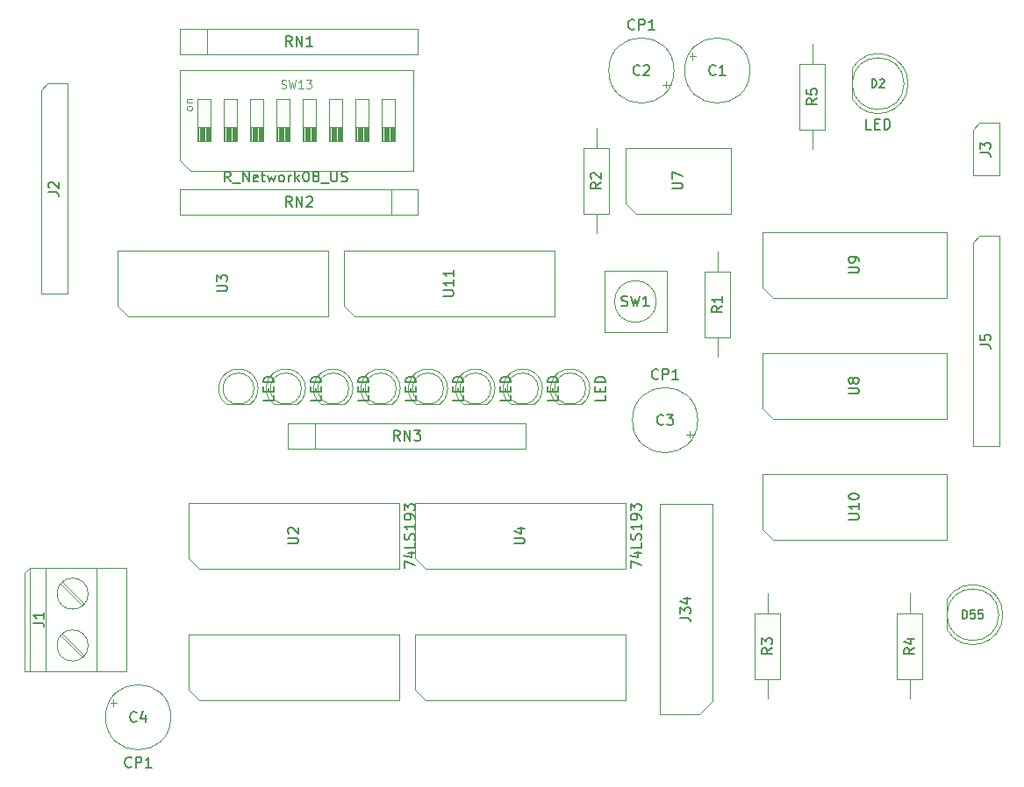
<source format=gbr>
%TF.GenerationSoftware,KiCad,Pcbnew,(5.1.9-0-10_14)*%
%TF.CreationDate,2021-05-17T13:32:26-04:00*%
%TF.ProjectId,CLOCK,434c4f43-4b2e-46b6-9963-61645f706362,rev?*%
%TF.SameCoordinates,Original*%
%TF.FileFunction,Other,Fab,Top*%
%FSLAX46Y46*%
G04 Gerber Fmt 4.6, Leading zero omitted, Abs format (unit mm)*
G04 Created by KiCad (PCBNEW (5.1.9-0-10_14)) date 2021-05-17 13:32:26*
%MOMM*%
%LPD*%
G01*
G04 APERTURE LIST*
%ADD10C,0.100000*%
%ADD11C,0.150000*%
%ADD12C,0.120000*%
%ADD13C,0.200000*%
G04 APERTURE END LIST*
D10*
%TO.C,C4*%
X78314000Y-98044000D02*
G75*
G03*
X78314000Y-98044000I-3150000J0D01*
G01*
X72470028Y-96670500D02*
X73100028Y-96670500D01*
X72785028Y-96355500D02*
X72785028Y-96985500D01*
%TO.C,C3*%
X129154000Y-69342000D02*
G75*
G03*
X129154000Y-69342000I-3150000J0D01*
G01*
X128697972Y-70715500D02*
X128067972Y-70715500D01*
X128382972Y-71030500D02*
X128382972Y-70400500D01*
%TO.C,U11*%
X94996000Y-58309000D02*
X94996000Y-52959000D01*
X94996000Y-52959000D02*
X115316000Y-52959000D01*
X115316000Y-52959000D02*
X115316000Y-59309000D01*
X115316000Y-59309000D02*
X95996000Y-59309000D01*
X95996000Y-59309000D02*
X94996000Y-58309000D01*
%TO.C,U10*%
X135382000Y-79899000D02*
X135382000Y-74549000D01*
X135382000Y-74549000D02*
X153162000Y-74549000D01*
X153162000Y-74549000D02*
X153162000Y-80899000D01*
X153162000Y-80899000D02*
X136382000Y-80899000D01*
X136382000Y-80899000D02*
X135382000Y-79899000D01*
%TO.C,U9*%
X135382000Y-56531000D02*
X135382000Y-51181000D01*
X135382000Y-51181000D02*
X153162000Y-51181000D01*
X153162000Y-51181000D02*
X153162000Y-57531000D01*
X153162000Y-57531000D02*
X136382000Y-57531000D01*
X136382000Y-57531000D02*
X135382000Y-56531000D01*
%TO.C,U8*%
X135382000Y-68215000D02*
X135382000Y-62865000D01*
X135382000Y-62865000D02*
X153162000Y-62865000D01*
X153162000Y-62865000D02*
X153162000Y-69215000D01*
X153162000Y-69215000D02*
X136382000Y-69215000D01*
X136382000Y-69215000D02*
X135382000Y-68215000D01*
%TO.C,U7*%
X122174000Y-48403000D02*
X122174000Y-43053000D01*
X122174000Y-43053000D02*
X132334000Y-43053000D01*
X132334000Y-43053000D02*
X132334000Y-49403000D01*
X132334000Y-49403000D02*
X123174000Y-49403000D01*
X123174000Y-49403000D02*
X122174000Y-48403000D01*
%TO.C,U6*%
X80010000Y-95393000D02*
X80010000Y-90043000D01*
X80010000Y-90043000D02*
X100330000Y-90043000D01*
X100330000Y-90043000D02*
X100330000Y-96393000D01*
X100330000Y-96393000D02*
X81010000Y-96393000D01*
X81010000Y-96393000D02*
X80010000Y-95393000D01*
%TO.C,U5*%
X101854000Y-95393000D02*
X101854000Y-90043000D01*
X101854000Y-90043000D02*
X122174000Y-90043000D01*
X122174000Y-90043000D02*
X122174000Y-96393000D01*
X122174000Y-96393000D02*
X102854000Y-96393000D01*
X102854000Y-96393000D02*
X101854000Y-95393000D01*
%TO.C,U4*%
X101854000Y-82693000D02*
X101854000Y-77343000D01*
X101854000Y-77343000D02*
X122174000Y-77343000D01*
X122174000Y-77343000D02*
X122174000Y-83693000D01*
X122174000Y-83693000D02*
X102854000Y-83693000D01*
X102854000Y-83693000D02*
X101854000Y-82693000D01*
%TO.C,U3*%
X73152000Y-58309000D02*
X73152000Y-52959000D01*
X73152000Y-52959000D02*
X93472000Y-52959000D01*
X93472000Y-52959000D02*
X93472000Y-59309000D01*
X93472000Y-59309000D02*
X74152000Y-59309000D01*
X74152000Y-59309000D02*
X73152000Y-58309000D01*
%TO.C,U2*%
X80010000Y-82693000D02*
X80010000Y-77343000D01*
X80010000Y-77343000D02*
X100330000Y-77343000D01*
X100330000Y-77343000D02*
X100330000Y-83693000D01*
X100330000Y-83693000D02*
X81010000Y-83693000D01*
X81010000Y-83693000D02*
X80010000Y-82693000D01*
%TO.C,SW13*%
X79174000Y-44276000D02*
X79174000Y-35496000D01*
X79174000Y-35496000D02*
X101674000Y-35496000D01*
X101674000Y-35496000D02*
X101674000Y-45276000D01*
X101674000Y-45276000D02*
X80174000Y-45276000D01*
X80174000Y-45276000D02*
X79174000Y-44276000D01*
X80899000Y-42416000D02*
X82169000Y-42416000D01*
X82169000Y-42416000D02*
X82169000Y-38356000D01*
X82169000Y-38356000D02*
X80899000Y-38356000D01*
X80899000Y-38356000D02*
X80899000Y-42416000D01*
X80999000Y-42416000D02*
X80999000Y-41062667D01*
X81099000Y-42416000D02*
X81099000Y-41062667D01*
X81199000Y-42416000D02*
X81199000Y-41062667D01*
X81299000Y-42416000D02*
X81299000Y-41062667D01*
X81399000Y-42416000D02*
X81399000Y-41062667D01*
X81499000Y-42416000D02*
X81499000Y-41062667D01*
X81599000Y-42416000D02*
X81599000Y-41062667D01*
X81699000Y-42416000D02*
X81699000Y-41062667D01*
X81799000Y-42416000D02*
X81799000Y-41062667D01*
X81899000Y-42416000D02*
X81899000Y-41062667D01*
X81999000Y-42416000D02*
X81999000Y-41062667D01*
X82099000Y-42416000D02*
X82099000Y-41062667D01*
X80899000Y-41062667D02*
X82169000Y-41062667D01*
X83439000Y-42416000D02*
X84709000Y-42416000D01*
X84709000Y-42416000D02*
X84709000Y-38356000D01*
X84709000Y-38356000D02*
X83439000Y-38356000D01*
X83439000Y-38356000D02*
X83439000Y-42416000D01*
X83539000Y-42416000D02*
X83539000Y-41062667D01*
X83639000Y-42416000D02*
X83639000Y-41062667D01*
X83739000Y-42416000D02*
X83739000Y-41062667D01*
X83839000Y-42416000D02*
X83839000Y-41062667D01*
X83939000Y-42416000D02*
X83939000Y-41062667D01*
X84039000Y-42416000D02*
X84039000Y-41062667D01*
X84139000Y-42416000D02*
X84139000Y-41062667D01*
X84239000Y-42416000D02*
X84239000Y-41062667D01*
X84339000Y-42416000D02*
X84339000Y-41062667D01*
X84439000Y-42416000D02*
X84439000Y-41062667D01*
X84539000Y-42416000D02*
X84539000Y-41062667D01*
X84639000Y-42416000D02*
X84639000Y-41062667D01*
X83439000Y-41062667D02*
X84709000Y-41062667D01*
X85979000Y-42416000D02*
X87249000Y-42416000D01*
X87249000Y-42416000D02*
X87249000Y-38356000D01*
X87249000Y-38356000D02*
X85979000Y-38356000D01*
X85979000Y-38356000D02*
X85979000Y-42416000D01*
X86079000Y-42416000D02*
X86079000Y-41062667D01*
X86179000Y-42416000D02*
X86179000Y-41062667D01*
X86279000Y-42416000D02*
X86279000Y-41062667D01*
X86379000Y-42416000D02*
X86379000Y-41062667D01*
X86479000Y-42416000D02*
X86479000Y-41062667D01*
X86579000Y-42416000D02*
X86579000Y-41062667D01*
X86679000Y-42416000D02*
X86679000Y-41062667D01*
X86779000Y-42416000D02*
X86779000Y-41062667D01*
X86879000Y-42416000D02*
X86879000Y-41062667D01*
X86979000Y-42416000D02*
X86979000Y-41062667D01*
X87079000Y-42416000D02*
X87079000Y-41062667D01*
X87179000Y-42416000D02*
X87179000Y-41062667D01*
X85979000Y-41062667D02*
X87249000Y-41062667D01*
X88519000Y-42416000D02*
X89789000Y-42416000D01*
X89789000Y-42416000D02*
X89789000Y-38356000D01*
X89789000Y-38356000D02*
X88519000Y-38356000D01*
X88519000Y-38356000D02*
X88519000Y-42416000D01*
X88619000Y-42416000D02*
X88619000Y-41062667D01*
X88719000Y-42416000D02*
X88719000Y-41062667D01*
X88819000Y-42416000D02*
X88819000Y-41062667D01*
X88919000Y-42416000D02*
X88919000Y-41062667D01*
X89019000Y-42416000D02*
X89019000Y-41062667D01*
X89119000Y-42416000D02*
X89119000Y-41062667D01*
X89219000Y-42416000D02*
X89219000Y-41062667D01*
X89319000Y-42416000D02*
X89319000Y-41062667D01*
X89419000Y-42416000D02*
X89419000Y-41062667D01*
X89519000Y-42416000D02*
X89519000Y-41062667D01*
X89619000Y-42416000D02*
X89619000Y-41062667D01*
X89719000Y-42416000D02*
X89719000Y-41062667D01*
X88519000Y-41062667D02*
X89789000Y-41062667D01*
X91059000Y-42416000D02*
X92329000Y-42416000D01*
X92329000Y-42416000D02*
X92329000Y-38356000D01*
X92329000Y-38356000D02*
X91059000Y-38356000D01*
X91059000Y-38356000D02*
X91059000Y-42416000D01*
X91159000Y-42416000D02*
X91159000Y-41062667D01*
X91259000Y-42416000D02*
X91259000Y-41062667D01*
X91359000Y-42416000D02*
X91359000Y-41062667D01*
X91459000Y-42416000D02*
X91459000Y-41062667D01*
X91559000Y-42416000D02*
X91559000Y-41062667D01*
X91659000Y-42416000D02*
X91659000Y-41062667D01*
X91759000Y-42416000D02*
X91759000Y-41062667D01*
X91859000Y-42416000D02*
X91859000Y-41062667D01*
X91959000Y-42416000D02*
X91959000Y-41062667D01*
X92059000Y-42416000D02*
X92059000Y-41062667D01*
X92159000Y-42416000D02*
X92159000Y-41062667D01*
X92259000Y-42416000D02*
X92259000Y-41062667D01*
X91059000Y-41062667D02*
X92329000Y-41062667D01*
X93599000Y-42416000D02*
X94869000Y-42416000D01*
X94869000Y-42416000D02*
X94869000Y-38356000D01*
X94869000Y-38356000D02*
X93599000Y-38356000D01*
X93599000Y-38356000D02*
X93599000Y-42416000D01*
X93699000Y-42416000D02*
X93699000Y-41062667D01*
X93799000Y-42416000D02*
X93799000Y-41062667D01*
X93899000Y-42416000D02*
X93899000Y-41062667D01*
X93999000Y-42416000D02*
X93999000Y-41062667D01*
X94099000Y-42416000D02*
X94099000Y-41062667D01*
X94199000Y-42416000D02*
X94199000Y-41062667D01*
X94299000Y-42416000D02*
X94299000Y-41062667D01*
X94399000Y-42416000D02*
X94399000Y-41062667D01*
X94499000Y-42416000D02*
X94499000Y-41062667D01*
X94599000Y-42416000D02*
X94599000Y-41062667D01*
X94699000Y-42416000D02*
X94699000Y-41062667D01*
X94799000Y-42416000D02*
X94799000Y-41062667D01*
X93599000Y-41062667D02*
X94869000Y-41062667D01*
X96139000Y-42416000D02*
X97409000Y-42416000D01*
X97409000Y-42416000D02*
X97409000Y-38356000D01*
X97409000Y-38356000D02*
X96139000Y-38356000D01*
X96139000Y-38356000D02*
X96139000Y-42416000D01*
X96239000Y-42416000D02*
X96239000Y-41062667D01*
X96339000Y-42416000D02*
X96339000Y-41062667D01*
X96439000Y-42416000D02*
X96439000Y-41062667D01*
X96539000Y-42416000D02*
X96539000Y-41062667D01*
X96639000Y-42416000D02*
X96639000Y-41062667D01*
X96739000Y-42416000D02*
X96739000Y-41062667D01*
X96839000Y-42416000D02*
X96839000Y-41062667D01*
X96939000Y-42416000D02*
X96939000Y-41062667D01*
X97039000Y-42416000D02*
X97039000Y-41062667D01*
X97139000Y-42416000D02*
X97139000Y-41062667D01*
X97239000Y-42416000D02*
X97239000Y-41062667D01*
X97339000Y-42416000D02*
X97339000Y-41062667D01*
X96139000Y-41062667D02*
X97409000Y-41062667D01*
X98679000Y-42416000D02*
X99949000Y-42416000D01*
X99949000Y-42416000D02*
X99949000Y-38356000D01*
X99949000Y-38356000D02*
X98679000Y-38356000D01*
X98679000Y-38356000D02*
X98679000Y-42416000D01*
X98779000Y-42416000D02*
X98779000Y-41062667D01*
X98879000Y-42416000D02*
X98879000Y-41062667D01*
X98979000Y-42416000D02*
X98979000Y-41062667D01*
X99079000Y-42416000D02*
X99079000Y-41062667D01*
X99179000Y-42416000D02*
X99179000Y-41062667D01*
X99279000Y-42416000D02*
X99279000Y-41062667D01*
X99379000Y-42416000D02*
X99379000Y-41062667D01*
X99479000Y-42416000D02*
X99479000Y-41062667D01*
X99579000Y-42416000D02*
X99579000Y-41062667D01*
X99679000Y-42416000D02*
X99679000Y-41062667D01*
X99779000Y-42416000D02*
X99779000Y-41062667D01*
X99879000Y-42416000D02*
X99879000Y-41062667D01*
X98679000Y-41062667D02*
X99949000Y-41062667D01*
%TO.C,SW1*%
X123138000Y-54876000D02*
X126138000Y-54876000D01*
X126138000Y-54876000D02*
X126138000Y-60876000D01*
X126138000Y-60876000D02*
X120138000Y-60876000D01*
X120138000Y-60876000D02*
X120138000Y-54876000D01*
X120138000Y-54876000D02*
X123138000Y-54876000D01*
X125153564Y-57876000D02*
G75*
G03*
X125153564Y-57876000I-2015564J0D01*
G01*
%TO.C,RN3*%
X89642000Y-69616000D02*
X89642000Y-72116000D01*
X89642000Y-72116000D02*
X112542000Y-72116000D01*
X112542000Y-72116000D02*
X112542000Y-69616000D01*
X112542000Y-69616000D02*
X89642000Y-69616000D01*
X92202000Y-69616000D02*
X92202000Y-72116000D01*
%TO.C,RN2*%
X102128000Y-49510000D02*
X102128000Y-47010000D01*
X102128000Y-47010000D02*
X79228000Y-47010000D01*
X79228000Y-47010000D02*
X79228000Y-49510000D01*
X79228000Y-49510000D02*
X102128000Y-49510000D01*
X99568000Y-49510000D02*
X99568000Y-47010000D01*
%TO.C,RN1*%
X79228000Y-31516000D02*
X79228000Y-34016000D01*
X79228000Y-34016000D02*
X102128000Y-34016000D01*
X102128000Y-34016000D02*
X102128000Y-31516000D01*
X102128000Y-31516000D02*
X79228000Y-31516000D01*
X81788000Y-31516000D02*
X81788000Y-34016000D01*
%TO.C,R5*%
X141458000Y-34950000D02*
X138958000Y-34950000D01*
X138958000Y-34950000D02*
X138958000Y-41250000D01*
X138958000Y-41250000D02*
X141458000Y-41250000D01*
X141458000Y-41250000D02*
X141458000Y-34950000D01*
X140208000Y-33020000D02*
X140208000Y-34950000D01*
X140208000Y-43180000D02*
X140208000Y-41250000D01*
%TO.C,R4*%
X148356000Y-94336000D02*
X150856000Y-94336000D01*
X150856000Y-94336000D02*
X150856000Y-88036000D01*
X150856000Y-88036000D02*
X148356000Y-88036000D01*
X148356000Y-88036000D02*
X148356000Y-94336000D01*
X149606000Y-96266000D02*
X149606000Y-94336000D01*
X149606000Y-86106000D02*
X149606000Y-88036000D01*
%TO.C,R3*%
X134640000Y-94336000D02*
X137140000Y-94336000D01*
X137140000Y-94336000D02*
X137140000Y-88036000D01*
X137140000Y-88036000D02*
X134640000Y-88036000D01*
X134640000Y-88036000D02*
X134640000Y-94336000D01*
X135890000Y-96266000D02*
X135890000Y-94336000D01*
X135890000Y-86106000D02*
X135890000Y-88036000D01*
%TO.C,R2*%
X120630000Y-43078000D02*
X118130000Y-43078000D01*
X118130000Y-43078000D02*
X118130000Y-49378000D01*
X118130000Y-49378000D02*
X120630000Y-49378000D01*
X120630000Y-49378000D02*
X120630000Y-43078000D01*
X119380000Y-41148000D02*
X119380000Y-43078000D01*
X119380000Y-51308000D02*
X119380000Y-49378000D01*
%TO.C,R1*%
X132314000Y-55016000D02*
X129814000Y-55016000D01*
X129814000Y-55016000D02*
X129814000Y-61316000D01*
X129814000Y-61316000D02*
X132314000Y-61316000D01*
X132314000Y-61316000D02*
X132314000Y-55016000D01*
X131064000Y-53086000D02*
X131064000Y-55016000D01*
X131064000Y-63246000D02*
X131064000Y-61316000D01*
%TO.C,J34*%
X129286000Y-97790000D02*
X125476000Y-97790000D01*
X125476000Y-97790000D02*
X125476000Y-77470000D01*
X125476000Y-77470000D02*
X130556000Y-77470000D01*
X130556000Y-77470000D02*
X130556000Y-96520000D01*
X130556000Y-96520000D02*
X129286000Y-97790000D01*
%TO.C,J5*%
X156337000Y-51562000D02*
X158242000Y-51562000D01*
X158242000Y-51562000D02*
X158242000Y-71882000D01*
X158242000Y-71882000D02*
X155702000Y-71882000D01*
X155702000Y-71882000D02*
X155702000Y-52197000D01*
X155702000Y-52197000D02*
X156337000Y-51562000D01*
%TO.C,J3*%
X156337000Y-40640000D02*
X158242000Y-40640000D01*
X158242000Y-40640000D02*
X158242000Y-45720000D01*
X158242000Y-45720000D02*
X155702000Y-45720000D01*
X155702000Y-45720000D02*
X155702000Y-41275000D01*
X155702000Y-41275000D02*
X156337000Y-40640000D01*
%TO.C,J2*%
X66421000Y-36830000D02*
X68326000Y-36830000D01*
X68326000Y-36830000D02*
X68326000Y-57150000D01*
X68326000Y-57150000D02*
X65786000Y-57150000D01*
X65786000Y-57150000D02*
X65786000Y-37465000D01*
X65786000Y-37465000D02*
X66421000Y-36830000D01*
%TO.C,J1*%
X70334000Y-86106000D02*
G75*
G03*
X70334000Y-86106000I-1500000J0D01*
G01*
X70334000Y-91106000D02*
G75*
G03*
X70334000Y-91106000I-1500000J0D01*
G01*
X74034000Y-83606000D02*
X74034000Y-93606000D01*
X74034000Y-93606000D02*
X64234000Y-93606000D01*
X64234000Y-93606000D02*
X64234000Y-84106000D01*
X64234000Y-84106000D02*
X64734000Y-83606000D01*
X64734000Y-83606000D02*
X74034000Y-83606000D01*
X64734000Y-83606000D02*
X64734000Y-93606000D01*
X66234000Y-83606000D02*
X66234000Y-93606000D01*
X71134000Y-83606000D02*
X71134000Y-93606000D01*
X69789000Y-87244000D02*
X67696000Y-85151000D01*
X69972000Y-87061000D02*
X67879000Y-84968000D01*
X69789000Y-92244000D02*
X67696000Y-90152000D01*
X69972000Y-92061000D02*
X67879000Y-89969000D01*
%TO.C,D55*%
X153201984Y-89607666D02*
G75*
G03*
X153202000Y-86668306I2500016J1469666D01*
G01*
X158202000Y-88138000D02*
G75*
G03*
X158202000Y-88138000I-2500000J0D01*
G01*
X153202000Y-86668306D02*
X153202000Y-89607694D01*
%TO.C,D54*%
X90573476Y-67794555D02*
G75*
G03*
X88241810Y-67794000I-1165476J1500555D01*
G01*
X90908000Y-66294000D02*
G75*
G03*
X90908000Y-66294000I-1500000J0D01*
G01*
X88241810Y-67794000D02*
X90574190Y-67794000D01*
%TO.C,D8*%
X118005476Y-67794555D02*
G75*
G03*
X115673810Y-67794000I-1165476J1500555D01*
G01*
X118340000Y-66294000D02*
G75*
G03*
X118340000Y-66294000I-1500000J0D01*
G01*
X115673810Y-67794000D02*
X118006190Y-67794000D01*
%TO.C,D7*%
X113433476Y-67794555D02*
G75*
G03*
X111101810Y-67794000I-1165476J1500555D01*
G01*
X113768000Y-66294000D02*
G75*
G03*
X113768000Y-66294000I-1500000J0D01*
G01*
X111101810Y-67794000D02*
X113434190Y-67794000D01*
%TO.C,D6*%
X108861476Y-67794555D02*
G75*
G03*
X106529810Y-67794000I-1165476J1500555D01*
G01*
X109196000Y-66294000D02*
G75*
G03*
X109196000Y-66294000I-1500000J0D01*
G01*
X106529810Y-67794000D02*
X108862190Y-67794000D01*
%TO.C,D5*%
X104289476Y-67794555D02*
G75*
G03*
X101957810Y-67794000I-1165476J1500555D01*
G01*
X104624000Y-66294000D02*
G75*
G03*
X104624000Y-66294000I-1500000J0D01*
G01*
X101957810Y-67794000D02*
X104290190Y-67794000D01*
%TO.C,D4*%
X99717476Y-67794555D02*
G75*
G03*
X97385810Y-67794000I-1165476J1500555D01*
G01*
X100052000Y-66294000D02*
G75*
G03*
X100052000Y-66294000I-1500000J0D01*
G01*
X97385810Y-67794000D02*
X99718190Y-67794000D01*
%TO.C,D3*%
X95145476Y-67794555D02*
G75*
G03*
X92813810Y-67794000I-1165476J1500555D01*
G01*
X95480000Y-66294000D02*
G75*
G03*
X95480000Y-66294000I-1500000J0D01*
G01*
X92813810Y-67794000D02*
X95146190Y-67794000D01*
%TO.C,D2*%
X144057984Y-38299666D02*
G75*
G03*
X144058000Y-35360306I2500016J1469666D01*
G01*
X149058000Y-36830000D02*
G75*
G03*
X149058000Y-36830000I-2500000J0D01*
G01*
X144058000Y-35360306D02*
X144058000Y-38299694D01*
%TO.C,D1*%
X86001476Y-67794555D02*
G75*
G03*
X83669810Y-67794000I-1165476J1500555D01*
G01*
X86336000Y-66294000D02*
G75*
G03*
X86336000Y-66294000I-1500000J0D01*
G01*
X83669810Y-67794000D02*
X86002190Y-67794000D01*
%TO.C,C2*%
X126868000Y-35560000D02*
G75*
G03*
X126868000Y-35560000I-3150000J0D01*
G01*
X126411972Y-36933500D02*
X125781972Y-36933500D01*
X126096972Y-37248500D02*
X126096972Y-36618500D01*
%TO.C,C1*%
X134194000Y-35560000D02*
G75*
G03*
X134194000Y-35560000I-3150000J0D01*
G01*
X128350028Y-34186500D02*
X128980028Y-34186500D01*
X128665028Y-33871500D02*
X128665028Y-34501500D01*
%TD*%
%TO.C,C4*%
D11*
X74497333Y-102801142D02*
X74449714Y-102848761D01*
X74306857Y-102896380D01*
X74211619Y-102896380D01*
X74068761Y-102848761D01*
X73973523Y-102753523D01*
X73925904Y-102658285D01*
X73878285Y-102467809D01*
X73878285Y-102324952D01*
X73925904Y-102134476D01*
X73973523Y-102039238D01*
X74068761Y-101944000D01*
X74211619Y-101896380D01*
X74306857Y-101896380D01*
X74449714Y-101944000D01*
X74497333Y-101991619D01*
X74925904Y-102896380D02*
X74925904Y-101896380D01*
X75306857Y-101896380D01*
X75402095Y-101944000D01*
X75449714Y-101991619D01*
X75497333Y-102086857D01*
X75497333Y-102229714D01*
X75449714Y-102324952D01*
X75402095Y-102372571D01*
X75306857Y-102420190D01*
X74925904Y-102420190D01*
X76449714Y-102896380D02*
X75878285Y-102896380D01*
X76164000Y-102896380D02*
X76164000Y-101896380D01*
X76068761Y-102039238D01*
X75973523Y-102134476D01*
X75878285Y-102182095D01*
X74997333Y-98401142D02*
X74949714Y-98448761D01*
X74806857Y-98496380D01*
X74711619Y-98496380D01*
X74568761Y-98448761D01*
X74473523Y-98353523D01*
X74425904Y-98258285D01*
X74378285Y-98067809D01*
X74378285Y-97924952D01*
X74425904Y-97734476D01*
X74473523Y-97639238D01*
X74568761Y-97544000D01*
X74711619Y-97496380D01*
X74806857Y-97496380D01*
X74949714Y-97544000D01*
X74997333Y-97591619D01*
X75854476Y-97829714D02*
X75854476Y-98496380D01*
X75616380Y-97448761D02*
X75378285Y-98163047D01*
X75997333Y-98163047D01*
%TO.C,C3*%
X125337333Y-65299142D02*
X125289714Y-65346761D01*
X125146857Y-65394380D01*
X125051619Y-65394380D01*
X124908761Y-65346761D01*
X124813523Y-65251523D01*
X124765904Y-65156285D01*
X124718285Y-64965809D01*
X124718285Y-64822952D01*
X124765904Y-64632476D01*
X124813523Y-64537238D01*
X124908761Y-64442000D01*
X125051619Y-64394380D01*
X125146857Y-64394380D01*
X125289714Y-64442000D01*
X125337333Y-64489619D01*
X125765904Y-65394380D02*
X125765904Y-64394380D01*
X126146857Y-64394380D01*
X126242095Y-64442000D01*
X126289714Y-64489619D01*
X126337333Y-64584857D01*
X126337333Y-64727714D01*
X126289714Y-64822952D01*
X126242095Y-64870571D01*
X126146857Y-64918190D01*
X125765904Y-64918190D01*
X127289714Y-65394380D02*
X126718285Y-65394380D01*
X127004000Y-65394380D02*
X127004000Y-64394380D01*
X126908761Y-64537238D01*
X126813523Y-64632476D01*
X126718285Y-64680095D01*
X125837333Y-69699142D02*
X125789714Y-69746761D01*
X125646857Y-69794380D01*
X125551619Y-69794380D01*
X125408761Y-69746761D01*
X125313523Y-69651523D01*
X125265904Y-69556285D01*
X125218285Y-69365809D01*
X125218285Y-69222952D01*
X125265904Y-69032476D01*
X125313523Y-68937238D01*
X125408761Y-68842000D01*
X125551619Y-68794380D01*
X125646857Y-68794380D01*
X125789714Y-68842000D01*
X125837333Y-68889619D01*
X126170666Y-68794380D02*
X126789714Y-68794380D01*
X126456380Y-69175333D01*
X126599238Y-69175333D01*
X126694476Y-69222952D01*
X126742095Y-69270571D01*
X126789714Y-69365809D01*
X126789714Y-69603904D01*
X126742095Y-69699142D01*
X126694476Y-69746761D01*
X126599238Y-69794380D01*
X126313523Y-69794380D01*
X126218285Y-69746761D01*
X126170666Y-69699142D01*
%TO.C,U11*%
X104608380Y-57372095D02*
X105417904Y-57372095D01*
X105513142Y-57324476D01*
X105560761Y-57276857D01*
X105608380Y-57181619D01*
X105608380Y-56991142D01*
X105560761Y-56895904D01*
X105513142Y-56848285D01*
X105417904Y-56800666D01*
X104608380Y-56800666D01*
X105608380Y-55800666D02*
X105608380Y-56372095D01*
X105608380Y-56086380D02*
X104608380Y-56086380D01*
X104751238Y-56181619D01*
X104846476Y-56276857D01*
X104894095Y-56372095D01*
X105608380Y-54848285D02*
X105608380Y-55419714D01*
X105608380Y-55134000D02*
X104608380Y-55134000D01*
X104751238Y-55229238D01*
X104846476Y-55324476D01*
X104894095Y-55419714D01*
%TO.C,U10*%
X143724380Y-78962095D02*
X144533904Y-78962095D01*
X144629142Y-78914476D01*
X144676761Y-78866857D01*
X144724380Y-78771619D01*
X144724380Y-78581142D01*
X144676761Y-78485904D01*
X144629142Y-78438285D01*
X144533904Y-78390666D01*
X143724380Y-78390666D01*
X144724380Y-77390666D02*
X144724380Y-77962095D01*
X144724380Y-77676380D02*
X143724380Y-77676380D01*
X143867238Y-77771619D01*
X143962476Y-77866857D01*
X144010095Y-77962095D01*
X143724380Y-76771619D02*
X143724380Y-76676380D01*
X143772000Y-76581142D01*
X143819619Y-76533523D01*
X143914857Y-76485904D01*
X144105333Y-76438285D01*
X144343428Y-76438285D01*
X144533904Y-76485904D01*
X144629142Y-76533523D01*
X144676761Y-76581142D01*
X144724380Y-76676380D01*
X144724380Y-76771619D01*
X144676761Y-76866857D01*
X144629142Y-76914476D01*
X144533904Y-76962095D01*
X144343428Y-77009714D01*
X144105333Y-77009714D01*
X143914857Y-76962095D01*
X143819619Y-76914476D01*
X143772000Y-76866857D01*
X143724380Y-76771619D01*
%TO.C,U9*%
X143724380Y-55117904D02*
X144533904Y-55117904D01*
X144629142Y-55070285D01*
X144676761Y-55022666D01*
X144724380Y-54927428D01*
X144724380Y-54736952D01*
X144676761Y-54641714D01*
X144629142Y-54594095D01*
X144533904Y-54546476D01*
X143724380Y-54546476D01*
X144724380Y-54022666D02*
X144724380Y-53832190D01*
X144676761Y-53736952D01*
X144629142Y-53689333D01*
X144486285Y-53594095D01*
X144295809Y-53546476D01*
X143914857Y-53546476D01*
X143819619Y-53594095D01*
X143772000Y-53641714D01*
X143724380Y-53736952D01*
X143724380Y-53927428D01*
X143772000Y-54022666D01*
X143819619Y-54070285D01*
X143914857Y-54117904D01*
X144152952Y-54117904D01*
X144248190Y-54070285D01*
X144295809Y-54022666D01*
X144343428Y-53927428D01*
X144343428Y-53736952D01*
X144295809Y-53641714D01*
X144248190Y-53594095D01*
X144152952Y-53546476D01*
%TO.C,U8*%
X143724380Y-66801904D02*
X144533904Y-66801904D01*
X144629142Y-66754285D01*
X144676761Y-66706666D01*
X144724380Y-66611428D01*
X144724380Y-66420952D01*
X144676761Y-66325714D01*
X144629142Y-66278095D01*
X144533904Y-66230476D01*
X143724380Y-66230476D01*
X144152952Y-65611428D02*
X144105333Y-65706666D01*
X144057714Y-65754285D01*
X143962476Y-65801904D01*
X143914857Y-65801904D01*
X143819619Y-65754285D01*
X143772000Y-65706666D01*
X143724380Y-65611428D01*
X143724380Y-65420952D01*
X143772000Y-65325714D01*
X143819619Y-65278095D01*
X143914857Y-65230476D01*
X143962476Y-65230476D01*
X144057714Y-65278095D01*
X144105333Y-65325714D01*
X144152952Y-65420952D01*
X144152952Y-65611428D01*
X144200571Y-65706666D01*
X144248190Y-65754285D01*
X144343428Y-65801904D01*
X144533904Y-65801904D01*
X144629142Y-65754285D01*
X144676761Y-65706666D01*
X144724380Y-65611428D01*
X144724380Y-65420952D01*
X144676761Y-65325714D01*
X144629142Y-65278095D01*
X144533904Y-65230476D01*
X144343428Y-65230476D01*
X144248190Y-65278095D01*
X144200571Y-65325714D01*
X144152952Y-65420952D01*
%TO.C,U7*%
X126706380Y-46989904D02*
X127515904Y-46989904D01*
X127611142Y-46942285D01*
X127658761Y-46894666D01*
X127706380Y-46799428D01*
X127706380Y-46608952D01*
X127658761Y-46513714D01*
X127611142Y-46466095D01*
X127515904Y-46418476D01*
X126706380Y-46418476D01*
X126706380Y-46037523D02*
X126706380Y-45370857D01*
X127706380Y-45799428D01*
%TO.C,U4*%
X122686380Y-83637047D02*
X122686380Y-82970380D01*
X123686380Y-83398952D01*
X123019714Y-82160857D02*
X123686380Y-82160857D01*
X122638761Y-82398952D02*
X123353047Y-82637047D01*
X123353047Y-82018000D01*
X123686380Y-81160857D02*
X123686380Y-81637047D01*
X122686380Y-81637047D01*
X123638761Y-80875142D02*
X123686380Y-80732285D01*
X123686380Y-80494190D01*
X123638761Y-80398952D01*
X123591142Y-80351333D01*
X123495904Y-80303714D01*
X123400666Y-80303714D01*
X123305428Y-80351333D01*
X123257809Y-80398952D01*
X123210190Y-80494190D01*
X123162571Y-80684666D01*
X123114952Y-80779904D01*
X123067333Y-80827523D01*
X122972095Y-80875142D01*
X122876857Y-80875142D01*
X122781619Y-80827523D01*
X122734000Y-80779904D01*
X122686380Y-80684666D01*
X122686380Y-80446571D01*
X122734000Y-80303714D01*
X123686380Y-79351333D02*
X123686380Y-79922761D01*
X123686380Y-79637047D02*
X122686380Y-79637047D01*
X122829238Y-79732285D01*
X122924476Y-79827523D01*
X122972095Y-79922761D01*
X123686380Y-78875142D02*
X123686380Y-78684666D01*
X123638761Y-78589428D01*
X123591142Y-78541809D01*
X123448285Y-78446571D01*
X123257809Y-78398952D01*
X122876857Y-78398952D01*
X122781619Y-78446571D01*
X122734000Y-78494190D01*
X122686380Y-78589428D01*
X122686380Y-78779904D01*
X122734000Y-78875142D01*
X122781619Y-78922761D01*
X122876857Y-78970380D01*
X123114952Y-78970380D01*
X123210190Y-78922761D01*
X123257809Y-78875142D01*
X123305428Y-78779904D01*
X123305428Y-78589428D01*
X123257809Y-78494190D01*
X123210190Y-78446571D01*
X123114952Y-78398952D01*
X122686380Y-78065619D02*
X122686380Y-77446571D01*
X123067333Y-77779904D01*
X123067333Y-77637047D01*
X123114952Y-77541809D01*
X123162571Y-77494190D01*
X123257809Y-77446571D01*
X123495904Y-77446571D01*
X123591142Y-77494190D01*
X123638761Y-77541809D01*
X123686380Y-77637047D01*
X123686380Y-77922761D01*
X123638761Y-78018000D01*
X123591142Y-78065619D01*
X111466380Y-81279904D02*
X112275904Y-81279904D01*
X112371142Y-81232285D01*
X112418761Y-81184666D01*
X112466380Y-81089428D01*
X112466380Y-80898952D01*
X112418761Y-80803714D01*
X112371142Y-80756095D01*
X112275904Y-80708476D01*
X111466380Y-80708476D01*
X111799714Y-79803714D02*
X112466380Y-79803714D01*
X111418761Y-80041809D02*
X112133047Y-80279904D01*
X112133047Y-79660857D01*
%TO.C,U3*%
X82764380Y-56895904D02*
X83573904Y-56895904D01*
X83669142Y-56848285D01*
X83716761Y-56800666D01*
X83764380Y-56705428D01*
X83764380Y-56514952D01*
X83716761Y-56419714D01*
X83669142Y-56372095D01*
X83573904Y-56324476D01*
X82764380Y-56324476D01*
X82764380Y-55943523D02*
X82764380Y-55324476D01*
X83145333Y-55657809D01*
X83145333Y-55514952D01*
X83192952Y-55419714D01*
X83240571Y-55372095D01*
X83335809Y-55324476D01*
X83573904Y-55324476D01*
X83669142Y-55372095D01*
X83716761Y-55419714D01*
X83764380Y-55514952D01*
X83764380Y-55800666D01*
X83716761Y-55895904D01*
X83669142Y-55943523D01*
%TO.C,U2*%
X100842380Y-83637047D02*
X100842380Y-82970380D01*
X101842380Y-83398952D01*
X101175714Y-82160857D02*
X101842380Y-82160857D01*
X100794761Y-82398952D02*
X101509047Y-82637047D01*
X101509047Y-82018000D01*
X101842380Y-81160857D02*
X101842380Y-81637047D01*
X100842380Y-81637047D01*
X101794761Y-80875142D02*
X101842380Y-80732285D01*
X101842380Y-80494190D01*
X101794761Y-80398952D01*
X101747142Y-80351333D01*
X101651904Y-80303714D01*
X101556666Y-80303714D01*
X101461428Y-80351333D01*
X101413809Y-80398952D01*
X101366190Y-80494190D01*
X101318571Y-80684666D01*
X101270952Y-80779904D01*
X101223333Y-80827523D01*
X101128095Y-80875142D01*
X101032857Y-80875142D01*
X100937619Y-80827523D01*
X100890000Y-80779904D01*
X100842380Y-80684666D01*
X100842380Y-80446571D01*
X100890000Y-80303714D01*
X101842380Y-79351333D02*
X101842380Y-79922761D01*
X101842380Y-79637047D02*
X100842380Y-79637047D01*
X100985238Y-79732285D01*
X101080476Y-79827523D01*
X101128095Y-79922761D01*
X101842380Y-78875142D02*
X101842380Y-78684666D01*
X101794761Y-78589428D01*
X101747142Y-78541809D01*
X101604285Y-78446571D01*
X101413809Y-78398952D01*
X101032857Y-78398952D01*
X100937619Y-78446571D01*
X100890000Y-78494190D01*
X100842380Y-78589428D01*
X100842380Y-78779904D01*
X100890000Y-78875142D01*
X100937619Y-78922761D01*
X101032857Y-78970380D01*
X101270952Y-78970380D01*
X101366190Y-78922761D01*
X101413809Y-78875142D01*
X101461428Y-78779904D01*
X101461428Y-78589428D01*
X101413809Y-78494190D01*
X101366190Y-78446571D01*
X101270952Y-78398952D01*
X100842380Y-78065619D02*
X100842380Y-77446571D01*
X101223333Y-77779904D01*
X101223333Y-77637047D01*
X101270952Y-77541809D01*
X101318571Y-77494190D01*
X101413809Y-77446571D01*
X101651904Y-77446571D01*
X101747142Y-77494190D01*
X101794761Y-77541809D01*
X101842380Y-77637047D01*
X101842380Y-77922761D01*
X101794761Y-78018000D01*
X101747142Y-78065619D01*
X89622380Y-81279904D02*
X90431904Y-81279904D01*
X90527142Y-81232285D01*
X90574761Y-81184666D01*
X90622380Y-81089428D01*
X90622380Y-80898952D01*
X90574761Y-80803714D01*
X90527142Y-80756095D01*
X90431904Y-80708476D01*
X89622380Y-80708476D01*
X89717619Y-80279904D02*
X89670000Y-80232285D01*
X89622380Y-80137047D01*
X89622380Y-79898952D01*
X89670000Y-79803714D01*
X89717619Y-79756095D01*
X89812857Y-79708476D01*
X89908095Y-79708476D01*
X90050952Y-79756095D01*
X90622380Y-80327523D01*
X90622380Y-79708476D01*
%TO.C,SW13*%
D12*
X80398404Y-39250047D02*
X80360309Y-39326238D01*
X80322214Y-39364333D01*
X80246023Y-39402428D01*
X80017452Y-39402428D01*
X79941261Y-39364333D01*
X79903166Y-39326238D01*
X79865071Y-39250047D01*
X79865071Y-39135761D01*
X79903166Y-39059571D01*
X79941261Y-39021476D01*
X80017452Y-38983380D01*
X80246023Y-38983380D01*
X80322214Y-39021476D01*
X80360309Y-39059571D01*
X80398404Y-39135761D01*
X80398404Y-39250047D01*
X79865071Y-38640523D02*
X80398404Y-38640523D01*
X79941261Y-38640523D02*
X79903166Y-38602428D01*
X79865071Y-38526238D01*
X79865071Y-38411952D01*
X79903166Y-38335761D01*
X79979357Y-38297666D01*
X80398404Y-38297666D01*
X88976380Y-37249809D02*
X89090666Y-37287904D01*
X89281142Y-37287904D01*
X89357333Y-37249809D01*
X89395428Y-37211714D01*
X89433523Y-37135523D01*
X89433523Y-37059333D01*
X89395428Y-36983142D01*
X89357333Y-36945047D01*
X89281142Y-36906952D01*
X89128761Y-36868857D01*
X89052571Y-36830761D01*
X89014476Y-36792666D01*
X88976380Y-36716476D01*
X88976380Y-36640285D01*
X89014476Y-36564095D01*
X89052571Y-36526000D01*
X89128761Y-36487904D01*
X89319238Y-36487904D01*
X89433523Y-36526000D01*
X89700190Y-36487904D02*
X89890666Y-37287904D01*
X90043047Y-36716476D01*
X90195428Y-37287904D01*
X90385904Y-36487904D01*
X91109714Y-37287904D02*
X90652571Y-37287904D01*
X90881142Y-37287904D02*
X90881142Y-36487904D01*
X90804952Y-36602190D01*
X90728761Y-36678380D01*
X90652571Y-36716476D01*
X91376380Y-36487904D02*
X91871619Y-36487904D01*
X91604952Y-36792666D01*
X91719238Y-36792666D01*
X91795428Y-36830761D01*
X91833523Y-36868857D01*
X91871619Y-36945047D01*
X91871619Y-37135523D01*
X91833523Y-37211714D01*
X91795428Y-37249809D01*
X91719238Y-37287904D01*
X91490666Y-37287904D01*
X91414476Y-37249809D01*
X91376380Y-37211714D01*
%TO.C,SW1*%
D11*
X121804666Y-58280761D02*
X121947523Y-58328380D01*
X122185619Y-58328380D01*
X122280857Y-58280761D01*
X122328476Y-58233142D01*
X122376095Y-58137904D01*
X122376095Y-58042666D01*
X122328476Y-57947428D01*
X122280857Y-57899809D01*
X122185619Y-57852190D01*
X121995142Y-57804571D01*
X121899904Y-57756952D01*
X121852285Y-57709333D01*
X121804666Y-57614095D01*
X121804666Y-57518857D01*
X121852285Y-57423619D01*
X121899904Y-57376000D01*
X121995142Y-57328380D01*
X122233238Y-57328380D01*
X122376095Y-57376000D01*
X122709428Y-57328380D02*
X122947523Y-58328380D01*
X123138000Y-57614095D01*
X123328476Y-58328380D01*
X123566571Y-57328380D01*
X124471333Y-58328380D02*
X123899904Y-58328380D01*
X124185619Y-58328380D02*
X124185619Y-57328380D01*
X124090380Y-57471238D01*
X123995142Y-57566476D01*
X123899904Y-57614095D01*
%TO.C,RN3*%
X100401523Y-71318380D02*
X100068190Y-70842190D01*
X99830095Y-71318380D02*
X99830095Y-70318380D01*
X100211047Y-70318380D01*
X100306285Y-70366000D01*
X100353904Y-70413619D01*
X100401523Y-70508857D01*
X100401523Y-70651714D01*
X100353904Y-70746952D01*
X100306285Y-70794571D01*
X100211047Y-70842190D01*
X99830095Y-70842190D01*
X100830095Y-71318380D02*
X100830095Y-70318380D01*
X101401523Y-71318380D01*
X101401523Y-70318380D01*
X101782476Y-70318380D02*
X102401523Y-70318380D01*
X102068190Y-70699333D01*
X102211047Y-70699333D01*
X102306285Y-70746952D01*
X102353904Y-70794571D01*
X102401523Y-70889809D01*
X102401523Y-71127904D01*
X102353904Y-71223142D01*
X102306285Y-71270761D01*
X102211047Y-71318380D01*
X101925333Y-71318380D01*
X101830095Y-71270761D01*
X101782476Y-71223142D01*
%TO.C,RN2*%
X84074666Y-46312380D02*
X83741333Y-45836190D01*
X83503238Y-46312380D02*
X83503238Y-45312380D01*
X83884190Y-45312380D01*
X83979428Y-45360000D01*
X84027047Y-45407619D01*
X84074666Y-45502857D01*
X84074666Y-45645714D01*
X84027047Y-45740952D01*
X83979428Y-45788571D01*
X83884190Y-45836190D01*
X83503238Y-45836190D01*
X84265142Y-46407619D02*
X85027047Y-46407619D01*
X85265142Y-46312380D02*
X85265142Y-45312380D01*
X85836571Y-46312380D01*
X85836571Y-45312380D01*
X86693714Y-46264761D02*
X86598476Y-46312380D01*
X86408000Y-46312380D01*
X86312761Y-46264761D01*
X86265142Y-46169523D01*
X86265142Y-45788571D01*
X86312761Y-45693333D01*
X86408000Y-45645714D01*
X86598476Y-45645714D01*
X86693714Y-45693333D01*
X86741333Y-45788571D01*
X86741333Y-45883809D01*
X86265142Y-45979047D01*
X87027047Y-45645714D02*
X87408000Y-45645714D01*
X87169904Y-45312380D02*
X87169904Y-46169523D01*
X87217523Y-46264761D01*
X87312761Y-46312380D01*
X87408000Y-46312380D01*
X87646095Y-45645714D02*
X87836571Y-46312380D01*
X88027047Y-45836190D01*
X88217523Y-46312380D01*
X88408000Y-45645714D01*
X88931809Y-46312380D02*
X88836571Y-46264761D01*
X88788952Y-46217142D01*
X88741333Y-46121904D01*
X88741333Y-45836190D01*
X88788952Y-45740952D01*
X88836571Y-45693333D01*
X88931809Y-45645714D01*
X89074666Y-45645714D01*
X89169904Y-45693333D01*
X89217523Y-45740952D01*
X89265142Y-45836190D01*
X89265142Y-46121904D01*
X89217523Y-46217142D01*
X89169904Y-46264761D01*
X89074666Y-46312380D01*
X88931809Y-46312380D01*
X89693714Y-46312380D02*
X89693714Y-45645714D01*
X89693714Y-45836190D02*
X89741333Y-45740952D01*
X89788952Y-45693333D01*
X89884190Y-45645714D01*
X89979428Y-45645714D01*
X90312761Y-46312380D02*
X90312761Y-45312380D01*
X90408000Y-45931428D02*
X90693714Y-46312380D01*
X90693714Y-45645714D02*
X90312761Y-46026666D01*
X91312761Y-45312380D02*
X91408000Y-45312380D01*
X91503238Y-45360000D01*
X91550857Y-45407619D01*
X91598476Y-45502857D01*
X91646095Y-45693333D01*
X91646095Y-45931428D01*
X91598476Y-46121904D01*
X91550857Y-46217142D01*
X91503238Y-46264761D01*
X91408000Y-46312380D01*
X91312761Y-46312380D01*
X91217523Y-46264761D01*
X91169904Y-46217142D01*
X91122285Y-46121904D01*
X91074666Y-45931428D01*
X91074666Y-45693333D01*
X91122285Y-45502857D01*
X91169904Y-45407619D01*
X91217523Y-45360000D01*
X91312761Y-45312380D01*
X92217523Y-45740952D02*
X92122285Y-45693333D01*
X92074666Y-45645714D01*
X92027047Y-45550476D01*
X92027047Y-45502857D01*
X92074666Y-45407619D01*
X92122285Y-45360000D01*
X92217523Y-45312380D01*
X92408000Y-45312380D01*
X92503238Y-45360000D01*
X92550857Y-45407619D01*
X92598476Y-45502857D01*
X92598476Y-45550476D01*
X92550857Y-45645714D01*
X92503238Y-45693333D01*
X92408000Y-45740952D01*
X92217523Y-45740952D01*
X92122285Y-45788571D01*
X92074666Y-45836190D01*
X92027047Y-45931428D01*
X92027047Y-46121904D01*
X92074666Y-46217142D01*
X92122285Y-46264761D01*
X92217523Y-46312380D01*
X92408000Y-46312380D01*
X92503238Y-46264761D01*
X92550857Y-46217142D01*
X92598476Y-46121904D01*
X92598476Y-45931428D01*
X92550857Y-45836190D01*
X92503238Y-45788571D01*
X92408000Y-45740952D01*
X92788952Y-46407619D02*
X93550857Y-46407619D01*
X93788952Y-45312380D02*
X93788952Y-46121904D01*
X93836571Y-46217142D01*
X93884190Y-46264761D01*
X93979428Y-46312380D01*
X94169904Y-46312380D01*
X94265142Y-46264761D01*
X94312761Y-46217142D01*
X94360380Y-46121904D01*
X94360380Y-45312380D01*
X94788952Y-46264761D02*
X94931809Y-46312380D01*
X95169904Y-46312380D01*
X95265142Y-46264761D01*
X95312761Y-46217142D01*
X95360380Y-46121904D01*
X95360380Y-46026666D01*
X95312761Y-45931428D01*
X95265142Y-45883809D01*
X95169904Y-45836190D01*
X94979428Y-45788571D01*
X94884190Y-45740952D01*
X94836571Y-45693333D01*
X94788952Y-45598095D01*
X94788952Y-45502857D01*
X94836571Y-45407619D01*
X94884190Y-45360000D01*
X94979428Y-45312380D01*
X95217523Y-45312380D01*
X95360380Y-45360000D01*
X89987523Y-48712380D02*
X89654190Y-48236190D01*
X89416095Y-48712380D02*
X89416095Y-47712380D01*
X89797047Y-47712380D01*
X89892285Y-47760000D01*
X89939904Y-47807619D01*
X89987523Y-47902857D01*
X89987523Y-48045714D01*
X89939904Y-48140952D01*
X89892285Y-48188571D01*
X89797047Y-48236190D01*
X89416095Y-48236190D01*
X90416095Y-48712380D02*
X90416095Y-47712380D01*
X90987523Y-48712380D01*
X90987523Y-47712380D01*
X91416095Y-47807619D02*
X91463714Y-47760000D01*
X91558952Y-47712380D01*
X91797047Y-47712380D01*
X91892285Y-47760000D01*
X91939904Y-47807619D01*
X91987523Y-47902857D01*
X91987523Y-47998095D01*
X91939904Y-48140952D01*
X91368476Y-48712380D01*
X91987523Y-48712380D01*
%TO.C,RN1*%
X89987523Y-33218380D02*
X89654190Y-32742190D01*
X89416095Y-33218380D02*
X89416095Y-32218380D01*
X89797047Y-32218380D01*
X89892285Y-32266000D01*
X89939904Y-32313619D01*
X89987523Y-32408857D01*
X89987523Y-32551714D01*
X89939904Y-32646952D01*
X89892285Y-32694571D01*
X89797047Y-32742190D01*
X89416095Y-32742190D01*
X90416095Y-33218380D02*
X90416095Y-32218380D01*
X90987523Y-33218380D01*
X90987523Y-32218380D01*
X91987523Y-33218380D02*
X91416095Y-33218380D01*
X91701809Y-33218380D02*
X91701809Y-32218380D01*
X91606571Y-32361238D01*
X91511333Y-32456476D01*
X91416095Y-32504095D01*
%TO.C,R5*%
X140660380Y-38266666D02*
X140184190Y-38600000D01*
X140660380Y-38838095D02*
X139660380Y-38838095D01*
X139660380Y-38457142D01*
X139708000Y-38361904D01*
X139755619Y-38314285D01*
X139850857Y-38266666D01*
X139993714Y-38266666D01*
X140088952Y-38314285D01*
X140136571Y-38361904D01*
X140184190Y-38457142D01*
X140184190Y-38838095D01*
X139660380Y-37361904D02*
X139660380Y-37838095D01*
X140136571Y-37885714D01*
X140088952Y-37838095D01*
X140041333Y-37742857D01*
X140041333Y-37504761D01*
X140088952Y-37409523D01*
X140136571Y-37361904D01*
X140231809Y-37314285D01*
X140469904Y-37314285D01*
X140565142Y-37361904D01*
X140612761Y-37409523D01*
X140660380Y-37504761D01*
X140660380Y-37742857D01*
X140612761Y-37838095D01*
X140565142Y-37885714D01*
%TO.C,R4*%
X150058380Y-91352666D02*
X149582190Y-91686000D01*
X150058380Y-91924095D02*
X149058380Y-91924095D01*
X149058380Y-91543142D01*
X149106000Y-91447904D01*
X149153619Y-91400285D01*
X149248857Y-91352666D01*
X149391714Y-91352666D01*
X149486952Y-91400285D01*
X149534571Y-91447904D01*
X149582190Y-91543142D01*
X149582190Y-91924095D01*
X149391714Y-90495523D02*
X150058380Y-90495523D01*
X149010761Y-90733619D02*
X149725047Y-90971714D01*
X149725047Y-90352666D01*
%TO.C,R3*%
X136342380Y-91352666D02*
X135866190Y-91686000D01*
X136342380Y-91924095D02*
X135342380Y-91924095D01*
X135342380Y-91543142D01*
X135390000Y-91447904D01*
X135437619Y-91400285D01*
X135532857Y-91352666D01*
X135675714Y-91352666D01*
X135770952Y-91400285D01*
X135818571Y-91447904D01*
X135866190Y-91543142D01*
X135866190Y-91924095D01*
X135342380Y-91019333D02*
X135342380Y-90400285D01*
X135723333Y-90733619D01*
X135723333Y-90590761D01*
X135770952Y-90495523D01*
X135818571Y-90447904D01*
X135913809Y-90400285D01*
X136151904Y-90400285D01*
X136247142Y-90447904D01*
X136294761Y-90495523D01*
X136342380Y-90590761D01*
X136342380Y-90876476D01*
X136294761Y-90971714D01*
X136247142Y-91019333D01*
%TO.C,R2*%
X119832380Y-46394666D02*
X119356190Y-46728000D01*
X119832380Y-46966095D02*
X118832380Y-46966095D01*
X118832380Y-46585142D01*
X118880000Y-46489904D01*
X118927619Y-46442285D01*
X119022857Y-46394666D01*
X119165714Y-46394666D01*
X119260952Y-46442285D01*
X119308571Y-46489904D01*
X119356190Y-46585142D01*
X119356190Y-46966095D01*
X118927619Y-46013714D02*
X118880000Y-45966095D01*
X118832380Y-45870857D01*
X118832380Y-45632761D01*
X118880000Y-45537523D01*
X118927619Y-45489904D01*
X119022857Y-45442285D01*
X119118095Y-45442285D01*
X119260952Y-45489904D01*
X119832380Y-46061333D01*
X119832380Y-45442285D01*
%TO.C,R1*%
X131516380Y-58332666D02*
X131040190Y-58666000D01*
X131516380Y-58904095D02*
X130516380Y-58904095D01*
X130516380Y-58523142D01*
X130564000Y-58427904D01*
X130611619Y-58380285D01*
X130706857Y-58332666D01*
X130849714Y-58332666D01*
X130944952Y-58380285D01*
X130992571Y-58427904D01*
X131040190Y-58523142D01*
X131040190Y-58904095D01*
X131516380Y-57380285D02*
X131516380Y-57951714D01*
X131516380Y-57666000D02*
X130516380Y-57666000D01*
X130659238Y-57761238D01*
X130754476Y-57856476D01*
X130802095Y-57951714D01*
%TO.C,J34*%
X127468380Y-88439523D02*
X128182666Y-88439523D01*
X128325523Y-88487142D01*
X128420761Y-88582380D01*
X128468380Y-88725238D01*
X128468380Y-88820476D01*
X127468380Y-88058571D02*
X127468380Y-87439523D01*
X127849333Y-87772857D01*
X127849333Y-87630000D01*
X127896952Y-87534761D01*
X127944571Y-87487142D01*
X128039809Y-87439523D01*
X128277904Y-87439523D01*
X128373142Y-87487142D01*
X128420761Y-87534761D01*
X128468380Y-87630000D01*
X128468380Y-87915714D01*
X128420761Y-88010952D01*
X128373142Y-88058571D01*
X127801714Y-86582380D02*
X128468380Y-86582380D01*
X127420761Y-86820476D02*
X128135047Y-87058571D01*
X128135047Y-86439523D01*
%TO.C,J5*%
X156424380Y-62055333D02*
X157138666Y-62055333D01*
X157281523Y-62102952D01*
X157376761Y-62198190D01*
X157424380Y-62341047D01*
X157424380Y-62436285D01*
X156424380Y-61102952D02*
X156424380Y-61579142D01*
X156900571Y-61626761D01*
X156852952Y-61579142D01*
X156805333Y-61483904D01*
X156805333Y-61245809D01*
X156852952Y-61150571D01*
X156900571Y-61102952D01*
X156995809Y-61055333D01*
X157233904Y-61055333D01*
X157329142Y-61102952D01*
X157376761Y-61150571D01*
X157424380Y-61245809D01*
X157424380Y-61483904D01*
X157376761Y-61579142D01*
X157329142Y-61626761D01*
%TO.C,J3*%
X156424380Y-43513333D02*
X157138666Y-43513333D01*
X157281523Y-43560952D01*
X157376761Y-43656190D01*
X157424380Y-43799047D01*
X157424380Y-43894285D01*
X156424380Y-43132380D02*
X156424380Y-42513333D01*
X156805333Y-42846666D01*
X156805333Y-42703809D01*
X156852952Y-42608571D01*
X156900571Y-42560952D01*
X156995809Y-42513333D01*
X157233904Y-42513333D01*
X157329142Y-42560952D01*
X157376761Y-42608571D01*
X157424380Y-42703809D01*
X157424380Y-42989523D01*
X157376761Y-43084761D01*
X157329142Y-43132380D01*
%TO.C,J2*%
X66508380Y-47323333D02*
X67222666Y-47323333D01*
X67365523Y-47370952D01*
X67460761Y-47466190D01*
X67508380Y-47609047D01*
X67508380Y-47704285D01*
X66603619Y-46894761D02*
X66556000Y-46847142D01*
X66508380Y-46751904D01*
X66508380Y-46513809D01*
X66556000Y-46418571D01*
X66603619Y-46370952D01*
X66698857Y-46323333D01*
X66794095Y-46323333D01*
X66936952Y-46370952D01*
X67508380Y-46942380D01*
X67508380Y-46323333D01*
%TO.C,J1*%
X65086380Y-88939333D02*
X65800666Y-88939333D01*
X65943523Y-88986952D01*
X66038761Y-89082190D01*
X66086380Y-89225047D01*
X66086380Y-89320285D01*
X66086380Y-87939333D02*
X66086380Y-88510761D01*
X66086380Y-88225047D02*
X65086380Y-88225047D01*
X65229238Y-88320285D01*
X65324476Y-88415523D01*
X65372095Y-88510761D01*
%TO.C,D55*%
D13*
X154710571Y-88499904D02*
X154710571Y-87699904D01*
X154901047Y-87699904D01*
X155015333Y-87738000D01*
X155091523Y-87814190D01*
X155129619Y-87890380D01*
X155167714Y-88042761D01*
X155167714Y-88157047D01*
X155129619Y-88309428D01*
X155091523Y-88385619D01*
X155015333Y-88461809D01*
X154901047Y-88499904D01*
X154710571Y-88499904D01*
X155891523Y-87699904D02*
X155510571Y-87699904D01*
X155472476Y-88080857D01*
X155510571Y-88042761D01*
X155586761Y-88004666D01*
X155777238Y-88004666D01*
X155853428Y-88042761D01*
X155891523Y-88080857D01*
X155929619Y-88157047D01*
X155929619Y-88347523D01*
X155891523Y-88423714D01*
X155853428Y-88461809D01*
X155777238Y-88499904D01*
X155586761Y-88499904D01*
X155510571Y-88461809D01*
X155472476Y-88423714D01*
X156653428Y-87699904D02*
X156272476Y-87699904D01*
X156234380Y-88080857D01*
X156272476Y-88042761D01*
X156348666Y-88004666D01*
X156539142Y-88004666D01*
X156615333Y-88042761D01*
X156653428Y-88080857D01*
X156691523Y-88157047D01*
X156691523Y-88347523D01*
X156653428Y-88423714D01*
X156615333Y-88461809D01*
X156539142Y-88499904D01*
X156348666Y-88499904D01*
X156272476Y-88461809D01*
X156234380Y-88423714D01*
%TO.C,D54*%
D11*
X92820380Y-66936857D02*
X92820380Y-67413047D01*
X91820380Y-67413047D01*
X92296571Y-66603523D02*
X92296571Y-66270190D01*
X92820380Y-66127333D02*
X92820380Y-66603523D01*
X91820380Y-66603523D01*
X91820380Y-66127333D01*
X92820380Y-65698761D02*
X91820380Y-65698761D01*
X91820380Y-65460666D01*
X91868000Y-65317809D01*
X91963238Y-65222571D01*
X92058476Y-65174952D01*
X92248952Y-65127333D01*
X92391809Y-65127333D01*
X92582285Y-65174952D01*
X92677523Y-65222571D01*
X92772761Y-65317809D01*
X92820380Y-65460666D01*
X92820380Y-65698761D01*
%TO.C,D8*%
X120252380Y-66936857D02*
X120252380Y-67413047D01*
X119252380Y-67413047D01*
X119728571Y-66603523D02*
X119728571Y-66270190D01*
X120252380Y-66127333D02*
X120252380Y-66603523D01*
X119252380Y-66603523D01*
X119252380Y-66127333D01*
X120252380Y-65698761D02*
X119252380Y-65698761D01*
X119252380Y-65460666D01*
X119300000Y-65317809D01*
X119395238Y-65222571D01*
X119490476Y-65174952D01*
X119680952Y-65127333D01*
X119823809Y-65127333D01*
X120014285Y-65174952D01*
X120109523Y-65222571D01*
X120204761Y-65317809D01*
X120252380Y-65460666D01*
X120252380Y-65698761D01*
%TO.C,D7*%
X115680380Y-66936857D02*
X115680380Y-67413047D01*
X114680380Y-67413047D01*
X115156571Y-66603523D02*
X115156571Y-66270190D01*
X115680380Y-66127333D02*
X115680380Y-66603523D01*
X114680380Y-66603523D01*
X114680380Y-66127333D01*
X115680380Y-65698761D02*
X114680380Y-65698761D01*
X114680380Y-65460666D01*
X114728000Y-65317809D01*
X114823238Y-65222571D01*
X114918476Y-65174952D01*
X115108952Y-65127333D01*
X115251809Y-65127333D01*
X115442285Y-65174952D01*
X115537523Y-65222571D01*
X115632761Y-65317809D01*
X115680380Y-65460666D01*
X115680380Y-65698761D01*
%TO.C,D6*%
X111108380Y-66936857D02*
X111108380Y-67413047D01*
X110108380Y-67413047D01*
X110584571Y-66603523D02*
X110584571Y-66270190D01*
X111108380Y-66127333D02*
X111108380Y-66603523D01*
X110108380Y-66603523D01*
X110108380Y-66127333D01*
X111108380Y-65698761D02*
X110108380Y-65698761D01*
X110108380Y-65460666D01*
X110156000Y-65317809D01*
X110251238Y-65222571D01*
X110346476Y-65174952D01*
X110536952Y-65127333D01*
X110679809Y-65127333D01*
X110870285Y-65174952D01*
X110965523Y-65222571D01*
X111060761Y-65317809D01*
X111108380Y-65460666D01*
X111108380Y-65698761D01*
%TO.C,D5*%
X106536380Y-66936857D02*
X106536380Y-67413047D01*
X105536380Y-67413047D01*
X106012571Y-66603523D02*
X106012571Y-66270190D01*
X106536380Y-66127333D02*
X106536380Y-66603523D01*
X105536380Y-66603523D01*
X105536380Y-66127333D01*
X106536380Y-65698761D02*
X105536380Y-65698761D01*
X105536380Y-65460666D01*
X105584000Y-65317809D01*
X105679238Y-65222571D01*
X105774476Y-65174952D01*
X105964952Y-65127333D01*
X106107809Y-65127333D01*
X106298285Y-65174952D01*
X106393523Y-65222571D01*
X106488761Y-65317809D01*
X106536380Y-65460666D01*
X106536380Y-65698761D01*
%TO.C,D4*%
X101964380Y-66936857D02*
X101964380Y-67413047D01*
X100964380Y-67413047D01*
X101440571Y-66603523D02*
X101440571Y-66270190D01*
X101964380Y-66127333D02*
X101964380Y-66603523D01*
X100964380Y-66603523D01*
X100964380Y-66127333D01*
X101964380Y-65698761D02*
X100964380Y-65698761D01*
X100964380Y-65460666D01*
X101012000Y-65317809D01*
X101107238Y-65222571D01*
X101202476Y-65174952D01*
X101392952Y-65127333D01*
X101535809Y-65127333D01*
X101726285Y-65174952D01*
X101821523Y-65222571D01*
X101916761Y-65317809D01*
X101964380Y-65460666D01*
X101964380Y-65698761D01*
%TO.C,D3*%
X97392380Y-66936857D02*
X97392380Y-67413047D01*
X96392380Y-67413047D01*
X96868571Y-66603523D02*
X96868571Y-66270190D01*
X97392380Y-66127333D02*
X97392380Y-66603523D01*
X96392380Y-66603523D01*
X96392380Y-66127333D01*
X97392380Y-65698761D02*
X96392380Y-65698761D01*
X96392380Y-65460666D01*
X96440000Y-65317809D01*
X96535238Y-65222571D01*
X96630476Y-65174952D01*
X96820952Y-65127333D01*
X96963809Y-65127333D01*
X97154285Y-65174952D01*
X97249523Y-65222571D01*
X97344761Y-65317809D01*
X97392380Y-65460666D01*
X97392380Y-65698761D01*
%TO.C,D2*%
X145915142Y-41242380D02*
X145438952Y-41242380D01*
X145438952Y-40242380D01*
X146248476Y-40718571D02*
X146581809Y-40718571D01*
X146724666Y-41242380D02*
X146248476Y-41242380D01*
X146248476Y-40242380D01*
X146724666Y-40242380D01*
X147153238Y-41242380D02*
X147153238Y-40242380D01*
X147391333Y-40242380D01*
X147534190Y-40290000D01*
X147629428Y-40385238D01*
X147677047Y-40480476D01*
X147724666Y-40670952D01*
X147724666Y-40813809D01*
X147677047Y-41004285D01*
X147629428Y-41099523D01*
X147534190Y-41194761D01*
X147391333Y-41242380D01*
X147153238Y-41242380D01*
D13*
X145947523Y-37191904D02*
X145947523Y-36391904D01*
X146138000Y-36391904D01*
X146252285Y-36430000D01*
X146328476Y-36506190D01*
X146366571Y-36582380D01*
X146404666Y-36734761D01*
X146404666Y-36849047D01*
X146366571Y-37001428D01*
X146328476Y-37077619D01*
X146252285Y-37153809D01*
X146138000Y-37191904D01*
X145947523Y-37191904D01*
X146709428Y-36468095D02*
X146747523Y-36430000D01*
X146823714Y-36391904D01*
X147014190Y-36391904D01*
X147090380Y-36430000D01*
X147128476Y-36468095D01*
X147166571Y-36544285D01*
X147166571Y-36620476D01*
X147128476Y-36734761D01*
X146671333Y-37191904D01*
X147166571Y-37191904D01*
%TO.C,D1*%
D11*
X88248380Y-66936857D02*
X88248380Y-67413047D01*
X87248380Y-67413047D01*
X87724571Y-66603523D02*
X87724571Y-66270190D01*
X88248380Y-66127333D02*
X88248380Y-66603523D01*
X87248380Y-66603523D01*
X87248380Y-66127333D01*
X88248380Y-65698761D02*
X87248380Y-65698761D01*
X87248380Y-65460666D01*
X87296000Y-65317809D01*
X87391238Y-65222571D01*
X87486476Y-65174952D01*
X87676952Y-65127333D01*
X87819809Y-65127333D01*
X88010285Y-65174952D01*
X88105523Y-65222571D01*
X88200761Y-65317809D01*
X88248380Y-65460666D01*
X88248380Y-65698761D01*
%TO.C,C2*%
X123051333Y-31517142D02*
X123003714Y-31564761D01*
X122860857Y-31612380D01*
X122765619Y-31612380D01*
X122622761Y-31564761D01*
X122527523Y-31469523D01*
X122479904Y-31374285D01*
X122432285Y-31183809D01*
X122432285Y-31040952D01*
X122479904Y-30850476D01*
X122527523Y-30755238D01*
X122622761Y-30660000D01*
X122765619Y-30612380D01*
X122860857Y-30612380D01*
X123003714Y-30660000D01*
X123051333Y-30707619D01*
X123479904Y-31612380D02*
X123479904Y-30612380D01*
X123860857Y-30612380D01*
X123956095Y-30660000D01*
X124003714Y-30707619D01*
X124051333Y-30802857D01*
X124051333Y-30945714D01*
X124003714Y-31040952D01*
X123956095Y-31088571D01*
X123860857Y-31136190D01*
X123479904Y-31136190D01*
X125003714Y-31612380D02*
X124432285Y-31612380D01*
X124718000Y-31612380D02*
X124718000Y-30612380D01*
X124622761Y-30755238D01*
X124527523Y-30850476D01*
X124432285Y-30898095D01*
X123551333Y-35917142D02*
X123503714Y-35964761D01*
X123360857Y-36012380D01*
X123265619Y-36012380D01*
X123122761Y-35964761D01*
X123027523Y-35869523D01*
X122979904Y-35774285D01*
X122932285Y-35583809D01*
X122932285Y-35440952D01*
X122979904Y-35250476D01*
X123027523Y-35155238D01*
X123122761Y-35060000D01*
X123265619Y-35012380D01*
X123360857Y-35012380D01*
X123503714Y-35060000D01*
X123551333Y-35107619D01*
X123932285Y-35107619D02*
X123979904Y-35060000D01*
X124075142Y-35012380D01*
X124313238Y-35012380D01*
X124408476Y-35060000D01*
X124456095Y-35107619D01*
X124503714Y-35202857D01*
X124503714Y-35298095D01*
X124456095Y-35440952D01*
X123884666Y-36012380D01*
X124503714Y-36012380D01*
%TO.C,C1*%
X130877333Y-35917142D02*
X130829714Y-35964761D01*
X130686857Y-36012380D01*
X130591619Y-36012380D01*
X130448761Y-35964761D01*
X130353523Y-35869523D01*
X130305904Y-35774285D01*
X130258285Y-35583809D01*
X130258285Y-35440952D01*
X130305904Y-35250476D01*
X130353523Y-35155238D01*
X130448761Y-35060000D01*
X130591619Y-35012380D01*
X130686857Y-35012380D01*
X130829714Y-35060000D01*
X130877333Y-35107619D01*
X131829714Y-36012380D02*
X131258285Y-36012380D01*
X131544000Y-36012380D02*
X131544000Y-35012380D01*
X131448761Y-35155238D01*
X131353523Y-35250476D01*
X131258285Y-35298095D01*
%TD*%
M02*

</source>
